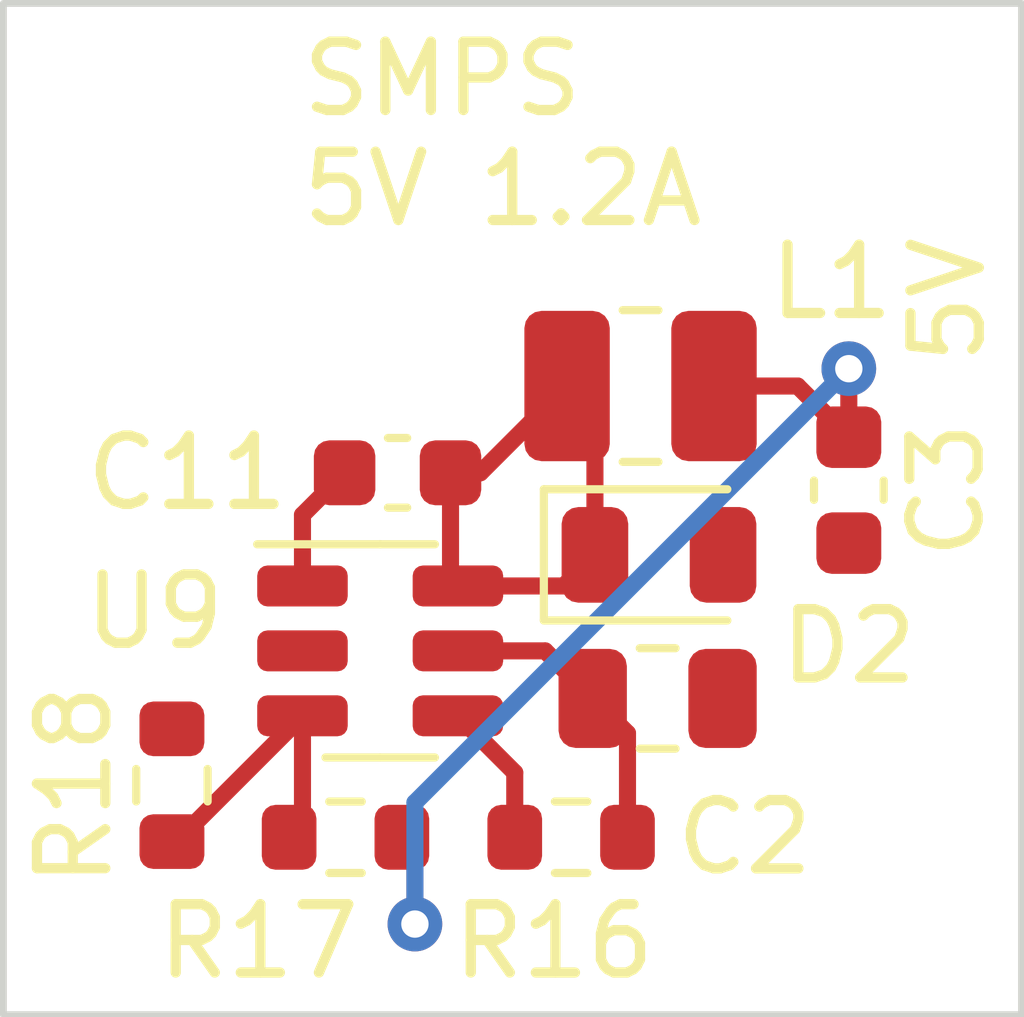
<source format=kicad_pcb>
(kicad_pcb (version 20221018) (generator pcbnew)
  (layers (0 "F.Cu" signal) (1 "In1.Cu" signal) (2 "In2.Cu" signal) (31 "B.Cu" signal) (34 "B.Paste" user) (35 "F.Paste" user) (36 "B.SilkS" user "B.Silkscreen") (37 "F.SilkS" user "F.Silkscreen") (38 "B.Mask" user) (39 "F.Mask" user) (44 "Edge.Cuts" user))
  (net 0 "")
  (footprint "Resistor_SMD:R_0603_1608Metric" (layer "F.Cu") (at 81.20623 86.703442 180)
    (fp_text reference "R17" (at 1.27 -1.524) (layer "F.SilkS"))
    (fp_text value "49.9k")
    (fp_line (start -0.237258 -0.5225) (end 0.237258 -0.5225) (stroke (width 0.12)) (layer "F.SilkS"))
    (fp_line (start -0.237258 0.5225) (end 0.237258 0.5225) (stroke (width 0.12)) (layer "F.SilkS"))
    (pad "1" smd roundrect (at -0.825 0 180) (size 0.8 0.95) (layers "F.Cu" "F.Paste" "F.Mask"))
    (pad "2" smd roundrect (at 0.825 0 180) (size 0.8 0.95) (layers "F.Cu" "F.Paste" "F.Mask"))
  )
  (footprint "Resistor_SMD:R_0603_1608Metric" (layer "F.Cu") (at 84.50823 86.703442)
    (fp_text reference "R16" (at -0.254 1.524) (layer "F.SilkS"))
    (fp_text value "R10k")
    (fp_line (start -0.237258 -0.5225) (end 0.237258 -0.5225) (stroke (width 0.12)) (layer "F.SilkS"))
    (fp_line (start -0.237258 0.5225) (end 0.237258 0.5225) (stroke (width 0.12)) (layer "F.SilkS"))
    (pad "1" smd roundrect (at -0.825 0) (size 0.8 0.95) (layers "F.Cu" "F.Paste" "F.Mask"))
    (pad "2" smd roundrect (at 0.825 0) (size 0.8 0.95) (layers "F.Cu" "F.Paste" "F.Mask"))
  )
  (footprint "Capacitor_SMD:C_0603_1608Metric" (layer "F.Cu") (at 88.57223 81.623442 -90)
    (fp_text reference "C3" (at 0 -1.43 90) (layer "F.SilkS"))
    (fp_text value "10uF")
    (fp_line (start -0.14058 -0.51) (end 0.14058 -0.51) (stroke (width 0.12)) (layer "F.SilkS"))
    (fp_line (start -0.14058 0.51) (end 0.14058 0.51) (stroke (width 0.12)) (layer "F.SilkS"))
    (pad "1" smd roundrect (at -0.775 0 270) (size 0.9 0.95) (layers "F.Cu" "F.Paste" "F.Mask"))
    (pad "2" smd roundrect (at 0.775 0 270) (size 0.9 0.95) (layers "F.Cu" "F.Paste" "F.Mask"))
  )
  (footprint "Capacitor_SMD:C_0603_1608Metric" (layer "F.Cu") (at 81.96823 81.369442)
    (fp_text reference "C11" (at -3.07825 0 180) (layer "F.SilkS"))
    (fp_text value "10nF")
    (fp_line (start -0.14058 -0.51) (end 0.14058 -0.51) (stroke (width 0.12)) (layer "F.SilkS"))
    (fp_line (start -0.14058 0.51) (end 0.14058 0.51) (stroke (width 0.12)) (layer "F.SilkS"))
    (pad "1" smd roundrect (at -0.775 0) (size 0.9 0.95) (layers "F.Cu" "F.Paste" "F.Mask"))
    (pad "2" smd roundrect (at 0.775 0) (size 0.9 0.95) (layers "F.Cu" "F.Paste" "F.Mask"))
  )
  (footprint "Inductor_SMD:L_1008_2520Metric" (layer "F.Cu") (at 85.52423 80.099442)
    (fp_text reference "L1" (at 2.794 -1.524) (layer "F.SilkS"))
    (fp_text value "2.2uH")
    (fp_line (start -0.261252 -1.11) (end 0.261252 -1.11) (stroke (width 0.12)) (layer "F.SilkS"))
    (fp_line (start -0.261252 1.11) (end 0.261252 1.11) (stroke (width 0.12)) (layer "F.SilkS"))
    (pad "1" smd roundrect (at -1.075 0) (size 1.25 2.2) (layers "F.Cu" "F.Paste" "F.Mask") (roundrect_rratio 0.2))
    (pad "2" smd roundrect (at 1.075 0) (size 1.25 2.2) (layers "F.Cu" "F.Paste" "F.Mask") (roundrect_rratio 0.2))
  )
  (footprint "Capacitor_SMD:C_0805_2012Metric" (layer "F.Cu") (at 85.77423 84.671442)
    (fp_text reference "C2" (at 1.274 2.032) (layer "F.SilkS"))
    (fp_text value "4.7uF/30V")
    (fp_line (start -0.261252 -0.735) (end 0.261252 -0.735) (stroke (width 0.12)) (layer "F.SilkS"))
    (fp_line (start -0.261252 0.735) (end 0.261252 0.735) (stroke (width 0.12)) (layer "F.SilkS"))
    (pad "1" smd roundrect (at -0.95 0) (size 1 1.45) (layers "F.Cu" "F.Paste" "F.Mask"))
    (pad "2" smd roundrect (at 0.95 0) (size 1 1.45) (layers "F.Cu" "F.Paste" "F.Mask"))
  )
  (footprint "Diode_SMD:D_0805_2012Metric" (layer "F.Cu") (at 85.79423 82.570442)
    (fp_text reference "D2" (at 2.778 1.339) (layer "F.SilkS"))
    (fp_text value "D_SMPS")
    (fp_line (start -1.685 -0.96) (end -1.685 0.96) (stroke (width 0.12)) (layer "F.SilkS"))
    (fp_line (start -1.685 0.96) (end 1 0.96) (stroke (width 0.12)) (layer "F.SilkS"))
    (fp_line (start 1 -0.96) (end -1.685 -0.96) (stroke (width 0.12)) (layer "F.SilkS"))
    (pad "1" smd roundrect (at -0.9375 0) (size 0.975 1.4) (layers "F.Cu" "F.Paste" "F.Mask"))
    (pad "2" smd roundrect (at 0.9375 0) (size 0.975 1.4) (layers "F.Cu" "F.Paste" "F.Mask"))
  )
  (footprint "Package_TO_SOT_SMD:SOT-23-6" (layer "F.Cu") (at 81.71423 83.975442)
    (fp_text reference "U9" (at -3.302 -0.574) (layer "F.SilkS"))
    (fp_text value "AOZ1280CI")
    (fp_line (start 0 -1.56) (end -1.8 -1.56) (stroke (width 0.12)) (layer "F.SilkS"))
    (fp_line (start 0 -1.56) (end 0.8 -1.56) (stroke (width 0.12)) (layer "F.SilkS"))
    (fp_line (start 0 1.56) (end -0.8 1.56) (stroke (width 0.12)) (layer "F.SilkS"))
    (fp_line (start 0 1.56) (end 0.8 1.56) (stroke (width 0.12)) (layer "F.SilkS"))
    (pad "1" smd roundrect (at -1.1375 -0.95) (size 1.325 0.6) (layers "F.Cu" "F.Paste" "F.Mask"))
    (pad "2" smd roundrect (at -1.1375 0) (size 1.325 0.6) (layers "F.Cu" "F.Paste" "F.Mask"))
    (pad "3" smd roundrect (at -1.1375 0.95) (size 1.325 0.6) (layers "F.Cu" "F.Paste" "F.Mask"))
    (pad "4" smd roundrect (at 1.1375 0.95) (size 1.325 0.6) (layers "F.Cu" "F.Paste" "F.Mask"))
    (pad "5" smd roundrect (at 1.1375 0) (size 1.325 0.6) (layers "F.Cu" "F.Paste" "F.Mask"))
    (pad "6" smd roundrect (at 1.1375 -0.95) (size 1.325 0.6) (layers "F.Cu" "F.Paste" "F.Mask"))
  )
  (footprint "Resistor_SMD:R_0603_1608Metric" (layer "F.Cu") (at 78.66623 85.941442 90)
    (fp_text reference "R18" (at 0 -1.43 90) (layer "F.SilkS"))
    (fp_text value "9.53k")
    (fp_line (start -0.237258 -0.5225) (end 0.237258 -0.5225) (stroke (width 0.12)) (layer "F.SilkS"))
    (fp_line (start -0.237258 0.5225) (end 0.237258 0.5225) (stroke (width 0.12)) (layer "F.SilkS"))
    (pad "1" smd roundrect (at -0.825 0 90) (size 0.8 0.95) (layers "F.Cu" "F.Paste" "F.Mask"))
    (pad "2" smd roundrect (at 0.825 0 90) (size 0.8 0.95) (layers "F.Cu" "F.Paste" "F.Mask"))
  )
  (gr_rect (start 76.2 74.5) (end 91.1 89.3) (stroke (width 0.1)) (fill none) (layer "Edge.Cuts"))
  (gr_text "SMPS\n5V 1.2A" (at 80.5 77.8) (layer "F.SilkS") (effects (font (size 1 1)) (justify left bottom)))
  (gr_text "5V" (at 90.60423 79.845442 90) (layer "F.SilkS") (effects (font (size 1 1)) (justify left bottom)))
  (segment (start 84.40173 83.025442) (end 84.85673 82.570442) (width 0.25) (layer "F.Cu") (net 0))
  (segment (start 82.74323 82.916942) (end 82.85173 83.025442) (width 0.25) (layer "F.Cu") (net 0))
  (segment (start 82.74323 81.369442) (end 82.74323 82.916942) (width 0.25) (layer "F.Cu") (net 0))
  (segment (start 88.57223 80.848442) (end 88.57223 79.845442) (width 0.25) (layer "F.Cu") (net 0))
  (segment (start 82.22223 86.894442) (end 82.03123 86.703442) (width 0.25) (layer "F.Cu") (net 0))
  (segment (start 85.33323 86.703442) (end 85.33323 85.180442) (width 0.25) (layer "F.Cu") (net 0))
  (segment (start 84.85673 80.506942) (end 84.85673 82.570442) (width 0.25) (layer "F.Cu") (net 0))
  (segment (start 80.57673 86.507942) (end 80.38123 86.703442) (width 0.25) (layer "F.Cu") (net 0))
  (segment (start 78.73573 86.766442) (end 80.57673 84.925442) (width 0.25) (layer "F.Cu") (net 0))
  (segment (start 84.44923 80.099442) (end 84.85673 80.506942) (width 0.25) (layer "F.Cu") (net 0))
  (segment (start 83.17923 81.369442) (end 84.44923 80.099442) (width 0.25) (layer "F.Cu") (net 0))
  (segment (start 80.57673 81.985942) (end 81.19323 81.369442) (width 0.25) (layer "F.Cu") (net 0))
  (segment (start 83.68323 85.756942) (end 82.85173 84.925442) (width 0.25) (layer "F.Cu") (net 0))
  (segment (start 83.68323 86.703442) (end 83.68323 85.756942) (width 0.25) (layer "F.Cu") (net 0))
  (segment (start 80.57673 83.025442) (end 80.57673 81.985942) (width 0.25) (layer "F.Cu") (net 0))
  (segment (start 82.85173 83.025442) (end 84.40173 83.025442) (width 0.25) (layer "F.Cu") (net 0))
  (segment (start 78.66623 86.766442) (end 78.73573 86.766442) (width 0.25) (layer "F.Cu") (net 0))
  (segment (start 82.22223 87.973442) (end 82.22223 86.894442) (width 0.25) (layer "F.Cu") (net 0))
  (segment (start 82.85173 83.975442) (end 84.12823 83.975442) (width 0.25) (layer "F.Cu") (net 0))
  (segment (start 86.59923 80.099442) (end 87.82323 80.099442) (width 0.25) (layer "F.Cu") (net 0))
  (segment (start 85.33323 85.180442) (end 84.82423 84.671442) (width 0.25) (layer "F.Cu") (net 0))
  (segment (start 82.74323 81.369442) (end 83.17923 81.369442) (width 0.25) (layer "F.Cu") (net 0))
  (segment (start 87.82323 80.099442) (end 88.57223 80.848442) (width 0.25) (layer "F.Cu") (net 0))
  (segment (start 84.12823 83.975442) (end 84.82423 84.671442) (width 0.25) (layer "F.Cu") (net 0))
  (segment (start 80.57673 84.925442) (end 80.57673 86.507942) (width 0.25) (layer "F.Cu") (net 0))
  (via (at 82.22223 87.973442) (size 0.8) (drill 0.4) (layers "F.Cu" "B.Cu") (net 0))
  (via (at 88.57223 79.845442) (size 0.8) (drill 0.4) (layers "F.Cu" "B.Cu") (net 0))
  (segment (start 88.57223 79.845442) (end 82.22223 86.195442) (width 0.25) (layer "B.Cu") (net 0))
  (segment (start 82.22223 86.195442) (end 82.22223 87.973442) (width 0.25) (layer "B.Cu") (net 0))
)
</source>
